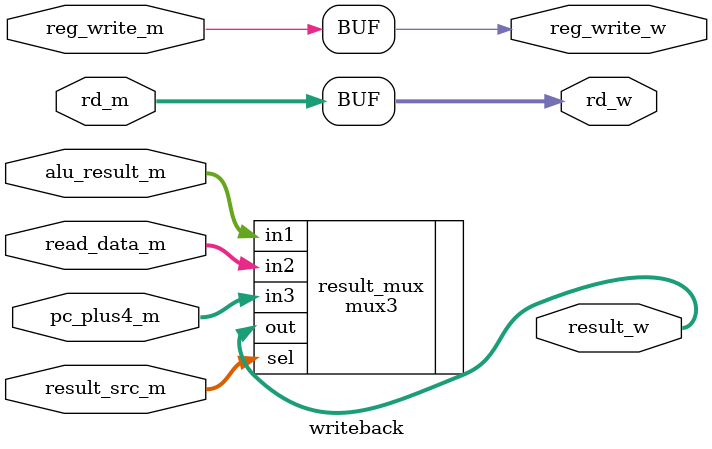
<source format=v>



module writeback #(
    parameter ADDRESS_WIDTH = 32,
    parameter DATA_WIDTH = 32
) (
    input reg_write_m,
    input [1:0] result_src_m,
    input [DATA_WIDTH-1:0] alu_result_m,
    input [DATA_WIDTH-1:0] read_data_m,
    input [4:0] rd_m,
    input [ADDRESS_WIDTH-1:0] pc_plus4_m,

    output [DATA_WIDTH-1:0] result_w,
    output reg_write_w,
    output [4:0] rd_w
);

    mux3 result_mux (
        .in1(alu_result_m),
        .in2(read_data_m),
        .in3(pc_plus4_m),
        .sel(result_src_m),
        .out(result_w)
    );

assign rd_w = rd_m;
assign reg_write_w = reg_write_m;

endmodule

</source>
